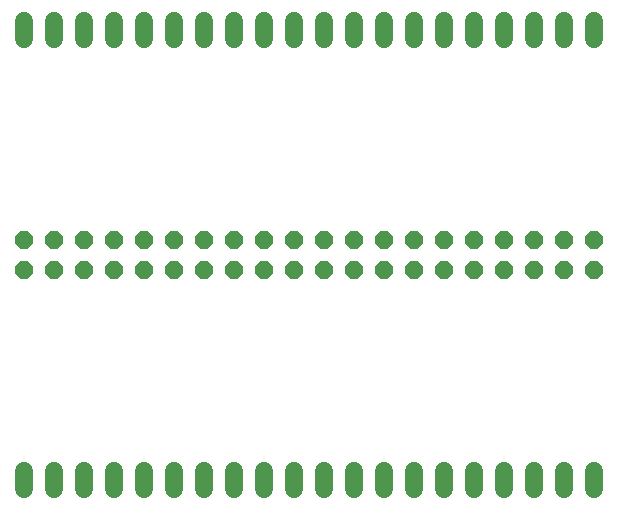
<source format=gbr>
G04 EAGLE Gerber X2 export*
%TF.Part,Single*%
%TF.FileFunction,Copper,L2,Bot,Mixed*%
%TF.FilePolarity,Positive*%
%TF.GenerationSoftware,Autodesk,EAGLE,9.0.0*%
%TF.CreationDate,2018-04-25T07:48:58Z*%
G75*
%MOMM*%
%FSLAX34Y34*%
%LPD*%
%AMOC8*
5,1,8,0,0,1.08239X$1,22.5*%
G01*
%ADD10C,1.524000*%
%ADD11P,1.649562X8X22.500000*%


D10*
X139700Y55880D02*
X139700Y71120D01*
X165100Y71120D02*
X165100Y55880D01*
X190500Y55880D02*
X190500Y71120D01*
X215900Y71120D02*
X215900Y55880D01*
X241300Y55880D02*
X241300Y71120D01*
X266700Y71120D02*
X266700Y55880D01*
X292100Y55880D02*
X292100Y71120D01*
X317500Y71120D02*
X317500Y55880D01*
X342900Y55880D02*
X342900Y71120D01*
X368300Y71120D02*
X368300Y55880D01*
X393700Y55880D02*
X393700Y71120D01*
X419100Y71120D02*
X419100Y55880D01*
X444500Y55880D02*
X444500Y71120D01*
X469900Y71120D02*
X469900Y55880D01*
X495300Y55880D02*
X495300Y71120D01*
X520700Y71120D02*
X520700Y55880D01*
X546100Y55880D02*
X546100Y71120D01*
X571500Y71120D02*
X571500Y55880D01*
X596900Y55880D02*
X596900Y71120D01*
X622300Y71120D02*
X622300Y55880D01*
X139700Y436880D02*
X139700Y452120D01*
X165100Y452120D02*
X165100Y436880D01*
X190500Y436880D02*
X190500Y452120D01*
X215900Y452120D02*
X215900Y436880D01*
X241300Y436880D02*
X241300Y452120D01*
X266700Y452120D02*
X266700Y436880D01*
X292100Y436880D02*
X292100Y452120D01*
X317500Y452120D02*
X317500Y436880D01*
X342900Y436880D02*
X342900Y452120D01*
X368300Y452120D02*
X368300Y436880D01*
X393700Y436880D02*
X393700Y452120D01*
X419100Y452120D02*
X419100Y436880D01*
X444500Y436880D02*
X444500Y452120D01*
X469900Y452120D02*
X469900Y436880D01*
X495300Y436880D02*
X495300Y452120D01*
X520700Y452120D02*
X520700Y436880D01*
X546100Y436880D02*
X546100Y452120D01*
X571500Y452120D02*
X571500Y436880D01*
X596900Y436880D02*
X596900Y452120D01*
X622300Y452120D02*
X622300Y436880D01*
D11*
X139700Y241300D03*
X139700Y266700D03*
X165100Y241300D03*
X165100Y266700D03*
X190500Y241300D03*
X190500Y266700D03*
X215900Y241300D03*
X215900Y266700D03*
X241300Y241300D03*
X241300Y266700D03*
X266700Y241300D03*
X266700Y266700D03*
X292100Y241300D03*
X292100Y266700D03*
X317500Y241300D03*
X317500Y266700D03*
X342900Y241300D03*
X342900Y266700D03*
X368300Y241300D03*
X368300Y266700D03*
X393700Y241300D03*
X393700Y266700D03*
X419100Y241300D03*
X419100Y266700D03*
X444500Y241300D03*
X444500Y266700D03*
X469900Y241300D03*
X469900Y266700D03*
X495300Y241300D03*
X495300Y266700D03*
X520700Y241300D03*
X520700Y266700D03*
X546100Y241300D03*
X546100Y266700D03*
X571500Y241300D03*
X571500Y266700D03*
X596900Y241300D03*
X596900Y266700D03*
X622300Y241300D03*
X622300Y266700D03*
M02*

</source>
